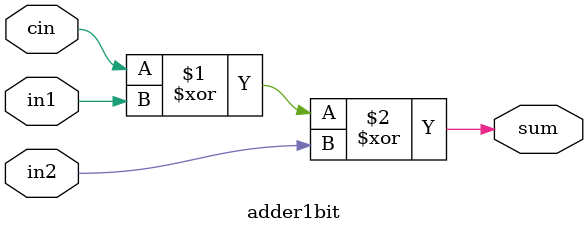
<source format=v>
module adder1bit(cin, in1, in2, sum);

	/* Carry-lookahead adder implementation; only computes sum */

	input cin, in1, in2;
	output sum;
	
	xor sumxor(sum, cin, in1, in2);

endmodule


</source>
